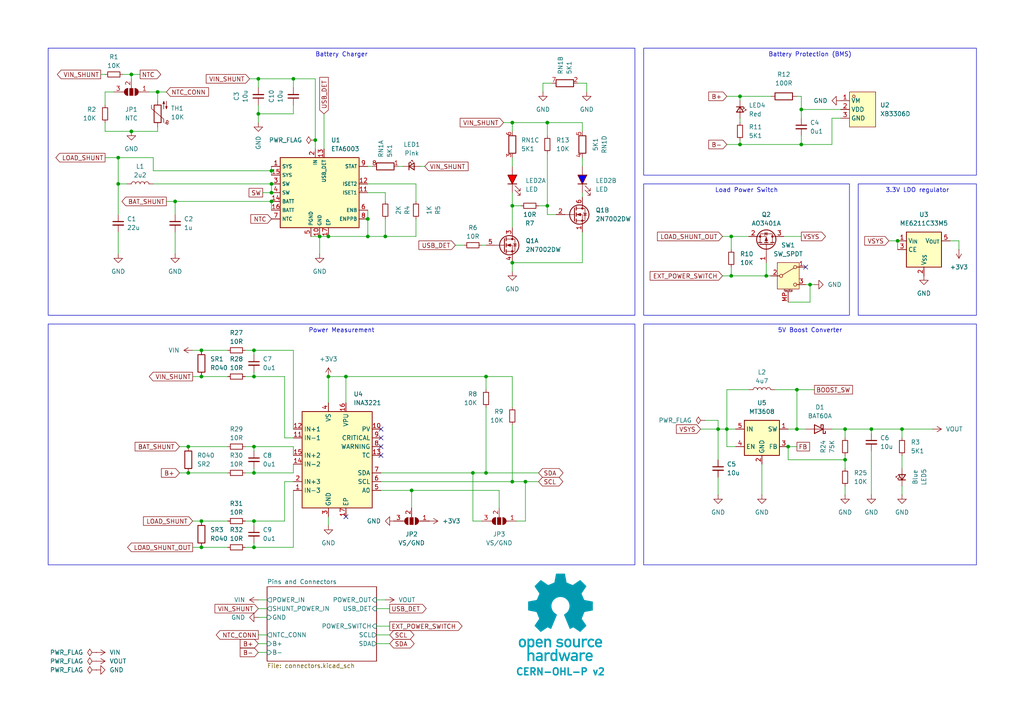
<source format=kicad_sch>
(kicad_sch (version 20231120) (generator "eeschema") (generator_version "8.0")
  (paper "A4")
  (junction (at 73.66 101.6))
  (junction (at 38.1 38.1))
  (junction (at 34.29 53.34))
  (junction (at 78.74 49.53))
  (junction (at 111.76 68.58))
  (junction (at 232.41 31.75))
  (junction (at 137.16 137.16))
  (junction (at 58.42 151.13))
  (junction (at 231.14 113.03))
  (junction (at 78.74 58.42))
  (junction (at 91.44 40.64))
  (junction (at 38.1 21.59))
  (junction (at 58.42 158.75))
  (junction (at 78.74 53.34))
  (junction (at 106.68 63.5))
  (junction (at 73.66 158.75))
  (junction (at 54.61 129.54))
  (junction (at 234.95 82.55))
  (junction (at 261.62 124.46))
  (junction (at 208.28 124.46))
  (junction (at 212.09 68.58))
  (junction (at 92.71 68.58))
  (junction (at 58.42 101.6))
  (junction (at 148.59 139.7))
  (junction (at 54.61 137.16))
  (junction (at 73.66 151.13))
  (junction (at 140.97 109.22))
  (junction (at 100.33 109.22))
  (junction (at 152.4 139.7))
  (junction (at 74.93 22.86))
  (junction (at 119.38 142.24))
  (junction (at 45.72 26.67))
  (junction (at 34.29 45.72))
  (junction (at 73.66 137.16))
  (junction (at 140.97 137.16))
  (junction (at 214.63 27.94))
  (junction (at 158.75 35.56))
  (junction (at 148.59 35.56))
  (junction (at 228.6 129.54))
  (junction (at 214.63 41.91))
  (junction (at 148.59 76.2))
  (junction (at 252.73 124.46))
  (junction (at 231.14 124.46))
  (junction (at 74.93 33.02))
  (junction (at 260.35 69.85))
  (junction (at 78.74 55.88))
  (junction (at 245.11 133.35))
  (junction (at 148.59 59.69))
  (junction (at 210.82 124.46))
  (junction (at 106.68 68.58))
  (junction (at 85.09 22.86))
  (junction (at 50.8 58.42))
  (junction (at 212.09 80.01))
  (junction (at 58.42 109.22))
  (junction (at 73.66 109.22))
  (junction (at 73.66 129.54))
  (junction (at 95.25 109.22))
  (junction (at 232.41 41.91))
  (junction (at 95.25 68.58))
  (junction (at 245.11 124.46))
  (junction (at 222.25 80.01))
  (junction (at 158.75 59.69))
  (no_connect (at 110.49 132.08))
  (no_connect (at 110.49 129.54))
  (no_connect (at 110.49 124.46))
  (no_connect (at 233.68 77.47))
  (no_connect (at 100.33 149.86))
  (no_connect (at 110.49 127))
  (wire (pts (xy 106.68 60.96) (xy 106.68 63.5)))
  (wire (pts (xy 231.14 124.46) (xy 233.68 124.46)))
  (wire (pts (xy 38.1 21.59) (xy 40.64 21.59)))
  (wire (pts (xy 106.68 55.88) (xy 111.76 55.88)))
  (wire (pts (xy 261.62 124.46) (xy 270.51 124.46)))
  (wire (pts (xy 168.91 67.31) (xy 168.91 76.2)))
  (wire (pts (xy 74.93 22.86) (xy 72.39 22.86)))
  (wire (pts (xy 82.55 151.13) (xy 73.66 151.13)))
  (wire (pts (xy 58.42 158.75) (xy 66.04 158.75)))
  (wire (pts (xy 106.68 48.26) (xy 107.95 48.26)))
  (wire (pts (xy 120.65 68.58) (xy 111.76 68.58)))
  (wire (pts (xy 52.07 137.16) (xy 54.61 137.16)))
  (wire (pts (xy 140.97 137.16) (xy 140.97 118.11)))
  (wire (pts (xy 76.2 55.88) (xy 78.74 55.88)))
  (wire (pts (xy 85.09 22.86) (xy 85.09 25.4)))
  (wire (pts (xy 227.33 68.58) (xy 232.41 68.58)))
  (wire (pts (xy 212.09 77.47) (xy 212.09 80.01)))
  (wire (pts (xy 228.6 133.35) (xy 245.11 133.35)))
  (wire (pts (xy 34.29 53.34) (xy 34.29 45.72)))
  (wire (pts (xy 148.59 35.56) (xy 148.59 38.1)))
  (wire (pts (xy 95.25 109.22) (xy 95.25 116.84)))
  (wire (pts (xy 245.11 132.08) (xy 245.11 133.35)))
  (wire (pts (xy 232.41 39.37) (xy 232.41 41.91)))
  (wire (pts (xy 58.42 151.13) (xy 66.04 151.13)))
  (wire (pts (xy 140.97 137.16) (xy 156.21 137.16)))
  (wire (pts (xy 74.93 173.99) (xy 77.47 173.99)))
  (wire (pts (xy 148.59 139.7) (xy 152.4 139.7)))
  (wire (pts (xy 106.68 53.34) (xy 120.65 53.34)))
  (wire (pts (xy 100.33 109.22) (xy 140.97 109.22)))
  (wire (pts (xy 252.73 130.81) (xy 252.73 143.51)))
  (wire (pts (xy 85.09 137.16) (xy 85.09 134.62)))
  (wire (pts (xy 74.93 22.86) (xy 74.93 25.4)))
  (wire (pts (xy 73.66 109.22) (xy 73.66 107.95)))
  (wire (pts (xy 214.63 27.94) (xy 223.52 27.94)))
  (wire (pts (xy 232.41 31.75) (xy 243.84 31.75)))
  (wire (pts (xy 91.44 22.86) (xy 85.09 22.86)))
  (wire (pts (xy 158.75 35.56) (xy 168.91 35.56)))
  (wire (pts (xy 109.22 184.15) (xy 113.03 184.15)))
  (wire (pts (xy 139.7 151.13) (xy 137.16 151.13)))
  (wire (pts (xy 232.41 41.91) (xy 241.3 41.91)))
  (wire (pts (xy 261.62 124.46) (xy 261.62 127)))
  (wire (pts (xy 95.25 68.58) (xy 106.68 68.58)))
  (wire (pts (xy 73.66 129.54) (xy 85.09 129.54)))
  (wire (pts (xy 158.75 35.56) (xy 158.75 39.37)))
  (wire (pts (xy 261.62 143.51) (xy 261.62 140.97)))
  (wire (pts (xy 261.62 132.08) (xy 261.62 135.89)))
  (wire (pts (xy 38.1 38.1) (xy 45.72 38.1)))
  (wire (pts (xy 78.74 58.42) (xy 78.74 60.96)))
  (wire (pts (xy 228.6 129.54) (xy 228.6 133.35)))
  (wire (pts (xy 241.3 124.46) (xy 245.11 124.46)))
  (wire (pts (xy 91.44 40.64) (xy 91.44 43.18)))
  (wire (pts (xy 232.41 27.94) (xy 232.41 31.75)))
  (wire (pts (xy 210.82 27.94) (xy 214.63 27.94)))
  (wire (pts (xy 100.33 109.22) (xy 95.25 109.22)))
  (wire (pts (xy 110.49 137.16) (xy 137.16 137.16)))
  (wire (pts (xy 231.14 124.46) (xy 228.6 124.46)))
  (wire (pts (xy 203.2 124.46) (xy 208.28 124.46)))
  (wire (pts (xy 148.59 59.69) (xy 148.59 66.04)))
  (wire (pts (xy 212.09 68.58) (xy 217.17 68.58)))
  (wire (pts (xy 73.66 109.22) (xy 82.55 109.22)))
  (wire (pts (xy 241.3 41.91) (xy 241.3 34.29)))
  (wire (pts (xy 82.55 127) (xy 82.55 109.22)))
  (wire (pts (xy 210.82 41.91) (xy 214.63 41.91)))
  (wire (pts (xy 234.95 87.63) (xy 234.95 82.55)))
  (wire (pts (xy 110.49 139.7) (xy 148.59 139.7)))
  (wire (pts (xy 224.79 113.03) (xy 231.14 113.03)))
  (wire (pts (xy 54.61 137.16) (xy 66.04 137.16)))
  (wire (pts (xy 157.48 26.67) (xy 157.48 24.13)))
  (wire (pts (xy 167.64 24.13) (xy 170.18 24.13)))
  (wire (pts (xy 71.12 137.16) (xy 73.66 137.16)))
  (wire (pts (xy 132.08 71.12) (xy 134.62 71.12)))
  (wire (pts (xy 35.56 21.59) (xy 38.1 21.59)))
  (wire (pts (xy 85.09 142.24) (xy 85.09 158.75)))
  (wire (pts (xy 209.55 80.01) (xy 212.09 80.01)))
  (wire (pts (xy 149.86 151.13) (xy 152.4 151.13)))
  (wire (pts (xy 170.18 24.13) (xy 170.18 26.67)))
  (wire (pts (xy 137.16 137.16) (xy 137.16 151.13)))
  (wire (pts (xy 157.48 24.13) (xy 160.02 24.13)))
  (wire (pts (xy 148.59 118.11) (xy 148.59 109.22)))
  (wire (pts (xy 73.66 101.6) (xy 73.66 102.87)))
  (wire (pts (xy 109.22 186.69) (xy 113.03 186.69)))
  (wire (pts (xy 55.88 109.22) (xy 58.42 109.22)))
  (wire (pts (xy 222.25 80.01) (xy 222.25 76.2)))
  (wire (pts (xy 212.09 68.58) (xy 212.09 72.39)))
  (wire (pts (xy 111.76 55.88) (xy 111.76 58.42)))
  (wire (pts (xy 74.93 186.69) (xy 77.47 186.69)))
  (wire (pts (xy 208.28 121.92) (xy 208.28 124.46)))
  (wire (pts (xy 58.42 101.6) (xy 66.04 101.6)))
  (wire (pts (xy 50.8 67.31) (xy 50.8 73.66)))
  (wire (pts (xy 85.09 124.46) (xy 85.09 101.6)))
  (wire (pts (xy 232.41 31.75) (xy 232.41 34.29)))
  (wire (pts (xy 91.44 22.86) (xy 91.44 40.64)))
  (wire (pts (xy 115.57 48.26) (xy 116.84 48.26)))
  (wire (pts (xy 214.63 40.64) (xy 214.63 41.91)))
  (wire (pts (xy 156.21 59.69) (xy 158.75 59.69)))
  (wire (pts (xy 74.93 189.23) (xy 77.47 189.23)))
  (wire (pts (xy 119.38 142.24) (xy 144.78 142.24)))
  (wire (pts (xy 260.35 69.85) (xy 260.35 72.39)))
  (wire (pts (xy 50.8 62.23) (xy 50.8 58.42)))
  (wire (pts (xy 210.82 124.46) (xy 213.36 124.46)))
  (wire (pts (xy 137.16 137.16) (xy 140.97 137.16)))
  (wire (pts (xy 74.93 176.53) (xy 77.47 176.53)))
  (wire (pts (xy 34.29 53.34) (xy 34.29 62.23)))
  (wire (pts (xy 210.82 129.54) (xy 210.82 124.46)))
  (wire (pts (xy 85.09 129.54) (xy 85.09 132.08)))
  (wire (pts (xy 30.48 38.1) (xy 38.1 38.1)))
  (wire (pts (xy 111.76 63.5) (xy 111.76 68.58)))
  (wire (pts (xy 50.8 58.42) (xy 78.74 58.42)))
  (wire (pts (xy 148.59 45.72) (xy 148.59 48.26)))
  (wire (pts (xy 119.38 142.24) (xy 119.38 147.32)))
  (wire (pts (xy 73.66 129.54) (xy 73.66 130.81)))
  (wire (pts (xy 111.76 68.58) (xy 106.68 68.58)))
  (wire (pts (xy 168.91 55.88) (xy 168.91 57.15)))
  (wire (pts (xy 148.59 59.69) (xy 151.13 59.69)))
  (wire (pts (xy 71.12 129.54) (xy 73.66 129.54)))
  (wire (pts (xy 55.88 151.13) (xy 58.42 151.13)))
  (wire (pts (xy 245.11 124.46) (xy 245.11 127)))
  (wire (pts (xy 208.28 124.46) (xy 210.82 124.46)))
  (wire (pts (xy 30.48 45.72) (xy 34.29 45.72)))
  (wire (pts (xy 222.25 80.01) (xy 223.52 80.01)))
  (wire (pts (xy 90.17 68.58) (xy 92.71 68.58)))
  (wire (pts (xy 228.6 129.54) (xy 231.14 129.54)))
  (wire (pts (xy 93.98 33.02) (xy 93.98 43.18)))
  (wire (pts (xy 236.22 82.55) (xy 234.95 82.55)))
  (wire (pts (xy 95.25 149.86) (xy 95.25 152.4)))
  (wire (pts (xy 109.22 181.61) (xy 113.03 181.61)))
  (wire (pts (xy 30.48 26.67) (xy 33.02 26.67)))
  (wire (pts (xy 204.47 121.92) (xy 208.28 121.92)))
  (wire (pts (xy 30.48 30.48) (xy 30.48 26.67)))
  (wire (pts (xy 208.28 133.35) (xy 208.28 124.46)))
  (wire (pts (xy 275.59 69.85) (xy 278.13 69.85)))
  (wire (pts (xy 148.59 55.88) (xy 148.59 59.69)))
  (wire (pts (xy 38.1 21.59) (xy 38.1 22.86)))
  (wire (pts (xy 210.82 113.03) (xy 210.82 124.46)))
  (wire (pts (xy 152.4 139.7) (xy 156.21 139.7)))
  (wire (pts (xy 43.18 26.67) (xy 45.72 26.67)))
  (wire (pts (xy 45.72 38.1) (xy 45.72 36.83)))
  (wire (pts (xy 45.72 26.67) (xy 45.72 29.21)))
  (wire (pts (xy 231.14 113.03) (xy 236.22 113.03)))
  (wire (pts (xy 73.66 137.16) (xy 85.09 137.16)))
  (wire (pts (xy 109.22 176.53) (xy 113.03 176.53)))
  (wire (pts (xy 54.61 129.54) (xy 66.04 129.54)))
  (wire (pts (xy 110.49 142.24) (xy 119.38 142.24)))
  (wire (pts (xy 44.45 49.53) (xy 78.74 49.53)))
  (wire (pts (xy 30.48 21.59) (xy 29.21 21.59)))
  (wire (pts (xy 252.73 125.73) (xy 252.73 124.46)))
  (wire (pts (xy 158.75 62.23) (xy 161.29 62.23)))
  (wire (pts (xy 92.71 68.58) (xy 95.25 68.58)))
  (wire (pts (xy 55.88 101.6) (xy 58.42 101.6)))
  (wire (pts (xy 214.63 34.29) (xy 214.63 35.56)))
  (wire (pts (xy 146.05 35.56) (xy 148.59 35.56)))
  (wire (pts (xy 74.93 33.02) (xy 74.93 35.56)))
  (wire (pts (xy 232.41 27.94) (xy 231.14 27.94)))
  (wire (pts (xy 44.45 49.53) (xy 44.45 45.72)))
  (wire (pts (xy 241.3 34.29) (xy 243.84 34.29)))
  (wire (pts (xy 121.92 48.26) (xy 123.19 48.26)))
  (wire (pts (xy 111.76 173.99) (xy 109.22 173.99)))
  (wire (pts (xy 168.91 76.2) (xy 148.59 76.2)))
  (wire (pts (xy 85.09 101.6) (xy 73.66 101.6)))
  (wire (pts (xy 74.93 179.07) (xy 77.47 179.07)))
  (wire (pts (xy 148.59 76.2) (xy 148.59 78.74)))
  (wire (pts (xy 257.81 69.85) (xy 260.35 69.85)))
  (wire (pts (xy 30.48 35.56) (xy 30.48 38.1)))
  (wire (pts (xy 100.33 109.22) (xy 100.33 116.84)))
  (wire (pts (xy 48.26 58.42) (xy 50.8 58.42)))
  (wire (pts (xy 78.74 53.34) (xy 78.74 55.88)))
  (wire (pts (xy 71.12 101.6) (xy 73.66 101.6)))
  (wire (pts (xy 245.11 124.46) (xy 252.73 124.46)))
  (wire (pts (xy 73.66 135.89) (xy 73.66 137.16)))
  (wire (pts (xy 82.55 139.7) (xy 85.09 139.7)))
  (wire (pts (xy 55.88 158.75) (xy 58.42 158.75)))
  (wire (pts (xy 44.45 53.34) (xy 78.74 53.34)))
  (wire (pts (xy 234.95 82.55) (xy 233.68 82.55)))
  (wire (pts (xy 214.63 27.94) (xy 214.63 29.21)))
  (wire (pts (xy 213.36 129.54) (xy 210.82 129.54)))
  (wire (pts (xy 158.75 62.23) (xy 158.75 59.69)))
  (wire (pts (xy 148.59 35.56) (xy 158.75 35.56)))
  (wire (pts (xy 78.74 48.26) (xy 78.74 49.53)))
  (wire (pts (xy 73.66 151.13) (xy 73.66 152.4)))
  (wire (pts (xy 208.28 138.43) (xy 208.28 143.51)))
  (wire (pts (xy 214.63 41.91) (xy 232.41 41.91)))
  (wire (pts (xy 78.74 49.53) (xy 78.74 50.8)))
  (wire (pts (xy 106.68 63.5) (xy 106.68 68.58)))
  (wire (pts (xy 36.83 53.34) (xy 34.29 53.34)))
  (wire (pts (xy 85.09 127) (xy 82.55 127)))
  (wire (pts (xy 158.75 44.45) (xy 158.75 59.69)))
  (wire (pts (xy 245.11 140.97) (xy 245.11 143.51)))
  (wire (pts (xy 168.91 45.72) (xy 168.91 48.26)))
  (wire (pts (xy 168.91 38.1) (xy 168.91 35.56)))
  (wire (pts (xy 228.6 87.63) (xy 234.95 87.63)))
  (wire (pts (xy 120.65 53.34) (xy 120.65 58.42)))
  (wire (pts (xy 71.12 109.22) (xy 73.66 109.22)))
  (wire (pts (xy 34.29 45.72) (xy 44.45 45.72)))
  (wire (pts (xy 85.09 30.48) (xy 85.09 33.02)))
  (wire (pts (xy 45.72 26.67) (xy 48.26 26.67)))
  (wire (pts (xy 71.12 158.75) (xy 73.66 158.75)))
  (wire (pts (xy 85.09 33.02) (xy 74.93 33.02)))
  (wire (pts (xy 58.42 109.22) (xy 66.04 109.22)))
  (wire (pts (xy 152.4 151.13) (xy 152.4 139.7)))
  (wire (pts (xy 220.98 134.62) (xy 220.98 143.51)))
  (wire (pts (xy 210.82 113.03) (xy 217.17 113.03)))
  (wire (pts (xy 74.93 30.48) (xy 74.93 33.02)))
  (wire (pts (xy 139.7 71.12) (xy 140.97 71.12)))
  (wire (pts (xy 231.14 113.03) (xy 231.14 124.46)))
  (wire (pts (xy 209.55 68.58) (xy 212.09 68.58)))
  (wire (pts (xy 278.13 69.85) (xy 278.13 72.39)))
  (wire (pts (xy 73.66 157.48) (xy 73.66 158.75)))
  (wire (pts (xy 148.59 123.19) (xy 148.59 139.7)))
  (wire (pts (xy 140.97 109.22) (xy 148.59 109.22)))
  (wire (pts (xy 140.97 113.03) (xy 140.97 109.22)))
  (wire (pts (xy 92.71 68.58) (xy 92.71 73.66)))
  (wire (pts (xy 120.65 63.5) (xy 120.65 68.58)))
  (wire (pts (xy 71.12 151.13) (xy 73.66 151.13)))
  (wire (pts (xy 212.09 80.01) (xy 222.25 80.01)))
  (wire (pts (xy 252.73 124.46) (xy 261.62 124.46)))
  (wire (pts (xy 73.66 158.75) (xy 85.09 158.75)))
  (wire (pts (xy 245.11 133.35) (xy 245.11 135.89)))
  (wire (pts (xy 52.07 129.54) (xy 54.61 129.54)))
  (wire (pts (xy 144.78 147.32) (xy 144.78 142.24)))
  (wire (pts (xy 34.29 67.31) (xy 34.29 73.66)))
  (wire (pts (xy 82.55 139.7) (xy 82.55 151.13)))
  (wire (pts (xy 85.09 22.86) (xy 74.93 22.86)))
  (wire (pts (xy 74.93 184.15) (xy 77.47 184.15)))
  (image (at 162.56 179.07) (scale 0.37481))
  (text_box "3.3V LDO regulator" (at 248.92 53.34 0) (size 34.29 38.1) (effects (font (size 1.27 1.27)) (justify top)))
  (text_box "5V Boost Converter" (at 186.69 93.98 0) (size 96.52 69.85) (effects (font (size 1.27 1.27)) (justify top)))
  (text_box "Battery Protection (BMS)" (at 186.69 13.97 0) (size 96.52 36.83) (effects (font (size 1.27 1.27)) (justify top)))
  (text_box "Battery Charger" (at 13.97 13.97 0) (size 170.18 77.47) (effects (font (size 1.27 1.27)) (justify top)))
  (text_box "Power Measurement" (at 13.97 93.98 0) (size 170.18 69.85) (effects (font (size 1.27 1.27)) (justify top)))
  (text_box "Load Power Switch" (at 186.69 53.34 0) (size 59.69 38.1) (effects (font (size 1.27 1.27)) (justify top)))
  (text "CERN-OHL-P v2" (at 162.56 195.072 0) (effects (font (size 2 2) (thickness 0.4) (bold yes))))
  (global_label "LOAD_SHUNT_OUT" (shape input) (at 209.55 68.58 180) (property "Intersheetrefs" "${INTERSHEET_REFS}" (effects (hide yes))))
  (global_label "VIN_SHUNT" (shape input) (at 72.39 22.86 180) (property "Intersheetrefs" "${INTERSHEET_REFS}" (effects (hide yes))))
  (global_label "FB" (shape passive) (at 231.14 129.54 0) (property "Intersheetrefs" "${INTERSHEET_REFS}" (effects (hide yes))))
  (global_label "VSYS" (shape input) (at 203.2 124.46 180) (property "Intersheetrefs" "${INTERSHEET_REFS}" (effects (hide yes))))
  (global_label "LOAD_SHUNT" (shape output) (at 30.48 45.72 180) (property "Intersheetrefs" "${INTERSHEET_REFS}" (effects (hide yes))))
  (global_label "VSYS" (shape output) (at 232.41 68.58 0) (property "Intersheetrefs" "${INTERSHEET_REFS}" (effects (hide yes))))
  (global_label "BOOST_SW" (shape passive) (at 236.22 113.03 0) (property "Intersheetrefs" "${INTERSHEET_REFS}" (effects (hide yes))))
  (global_label "B-" (shape input) (at 74.93 189.23 180) (property "Intersheetrefs" "${INTERSHEET_REFS}" (effects (hide yes))))
  (global_label "NTC" (shape output) (at 40.64 21.59 0) (property "Intersheetrefs" "${INTERSHEET_REFS}" (effects (hide yes))))
  (global_label "USB_DET" (shape input) (at 132.08 71.12 180) (property "Intersheetrefs" "${INTERSHEET_REFS}" (effects (hide yes))))
  (global_label "B+" (shape input) (at 74.93 186.69 180) (property "Intersheetrefs" "${INTERSHEET_REFS}" (effects (hide yes))))
  (global_label "BAT_SHUNT" (shape output) (at 48.26 58.42 180) (property "Intersheetrefs" "${INTERSHEET_REFS}" (effects (hide yes))))
  (global_label "EXT_POWER_SWITCH" (shape output) (at 113.03 181.61 0) (property "Intersheetrefs" "${INTERSHEET_REFS}" (effects (hide yes))))
  (global_label "USB_DET" (shape output) (at 113.03 176.53 0) (property "Intersheetrefs" "${INTERSHEET_REFS}" (effects (hide yes))))
  (global_label "NTC" (shape input) (at 78.74 63.5 180) (property "Intersheetrefs" "${INTERSHEET_REFS}" (effects (hide yes))))
  (global_label "VIN_SHUNT" (shape output) (at 55.88 109.22 180) (property "Intersheetrefs" "${INTERSHEET_REFS}" (effects (hide yes))))
  (global_label "B+" (shape input) (at 52.07 137.16 180) (property "Intersheetrefs" "${INTERSHEET_REFS}" (effects (hide yes))))
  (global_label "VSYS" (shape input) (at 257.81 69.85 180) (property "Intersheetrefs" "${INTERSHEET_REFS}" (effects (hide yes))))
  (global_label "USB_DET" (shape input) (at 93.98 33.02 90) (property "Intersheetrefs" "${INTERSHEET_REFS}" (effects (hide yes))))
  (global_label "SCL" (shape bidirectional) (at 113.03 184.15 0) (property "Intersheetrefs" "${INTERSHEET_REFS}" (effects (hide yes))))
  (global_label "SDA" (shape bidirectional) (at 113.03 186.69 0) (property "Intersheetrefs" "${INTERSHEET_REFS}" (effects (hide yes))))
  (global_label "NTC_CONN" (shape output) (at 74.93 184.15 180) (property "Intersheetrefs" "${INTERSHEET_REFS}" (effects (hide yes))))
  (global_label "BAT_SHUNT" (shape input) (at 52.07 129.54 180) (property "Intersheetrefs" "${INTERSHEET_REFS}" (effects (hide yes))))
  (global_label "NTC_CONN" (shape input) (at 48.26 26.67 0) (property "Intersheetrefs" "${INTERSHEET_REFS}" (effects (hide yes))))
  (global_label "SW" (shape passive) (at 76.2 55.88 180) (property "Intersheetrefs" "${INTERSHEET_REFS}" (effects (hide yes))))
  (global_label "SCL" (shape bidirectional) (at 156.21 139.7 0) (property "Intersheetrefs" "${INTERSHEET_REFS}" (effects (hide yes))))
  (global_label "B+" (shape input) (at 210.82 27.94 180) (property "Intersheetrefs" "${INTERSHEET_REFS}" (effects (hide yes))))
  (global_label "VIN_SHUNT" (shape input) (at 123.19 48.26 0) (property "Intersheetrefs" "${INTERSHEET_REFS}" (effects (hide yes))))
  (global_label "SDA" (shape bidirectional) (at 156.21 137.16 0) (property "Intersheetrefs" "${INTERSHEET_REFS}" (effects (hide yes))))
  (global_label "B-" (shape input) (at 210.82 41.91 180) (property "Intersheetrefs" "${INTERSHEET_REFS}" (effects (hide yes))))
  (global_label "EXT_POWER_SWITCH" (shape input) (at 209.55 80.01 180) (property "Intersheetrefs" "${INTERSHEET_REFS}" (effects (hide yes))))
  (global_label "VIN_SHUNT" (shape input) (at 146.05 35.56 180) (property "Intersheetrefs" "${INTERSHEET_REFS}" (effects (hide yes))))
  (global_label "VIN_SHUNT" (shape output) (at 29.21 21.59 180) (property "Intersheetrefs" "${INTERSHEET_REFS}" (effects (hide yes))))
  (global_label "LOAD_SHUNT_OUT" (shape output) (at 55.88 158.75 180) (property "Intersheetrefs" "${INTERSHEET_REFS}" (effects (hide yes))))
  (global_label "LOAD_SHUNT" (shape input) (at 55.88 151.13 180) (property "Intersheetrefs" "${INTERSHEET_REFS}" (effects (hide yes))))
  (global_label "VIN_SHUNT" (shape input) (at 74.93 176.53 180) (property "Intersheetrefs" "${INTERSHEET_REFS}" (effects (hide yes))))
  (symbol (lib_id "custom:SW_SPDT_MountingPin") (at 228.6 80.01 0) (unit 1)
    (property "Reference" "SW1" (at 228.6 71.12 0))
    (property "Value" "SW_SPDT" (at 228.6 73.66 0))
    (property "Footprint" "lcsc:SW-SMD_3P-P1.50_L2.7-W6.6" (effects (hide yes)))
    (property "Description" "Switch, single pole double throw" (effects (hide yes)))
    (property "LCSC Part" "C319020" (effects (hide yes)))
  )
  (symbol (lib_id "Device:L") (at 40.64 53.34 90) (unit 1)
    (property "Reference" "L1" (at 40.64 48.26 90))
    (property "Value" "2u2" (at 40.64 50.8 90))
    (property "Footprint" "Inductor_SMD:L_1210_3225Metric_Pad1.42x2.65mm_HandSolder" (effects (hide yes)))
    (property "Description" "Inductor" (effects (hide yes)))
    (property "LCSC Part" "C5832372" (effects (hide yes)))
  )
  (symbol (lib_id "power:GND") (at 208.28 143.51 0) (unit 1)
    (property "Reference" "#PWR016" (effects (hide yes)))
    (property "Value" "GND" (at 208.28 148.59 0))
    (property "Description" "Power symbol creates a global label with name \"GND\" , ground" (effects (hide yes)))
  )
  (symbol (lib_id "Device:R_Small") (at 30.48 33.02 0) (mirror x) (unit 1)
    (property "Reference" "R2" (at 27.94 31.7499 0) (effects (justify right)))
    (property "Value" "10K" (at 27.94 34.2899 0) (effects (justify right)))
    (property "Footprint" "custom:R_0402_1005Metric_simple" (effects (hide yes)))
    (property "Description" "Resistor, small symbol" (effects (hide yes)))
    (property "LCSC Part" "C25744" (effects (hide yes)))
  )
  (symbol (lib_id "power:GND") (at 95.25 152.4 0) (unit 1)
    (property "Reference" "#PWR013" (effects (hide yes)))
    (property "Value" "GND" (at 95.25 157.48 0))
    (property "Description" "Power symbol creates a global label with name \"GND\" , ground" (effects (hide yes)))
  )
  (symbol (lib_id "power:+5V") (at 270.51 124.46 270) (unit 1)
    (property "Reference" "#PWR024" (effects (hide yes)))
    (property "Value" "VOUT" (at 274.32 124.4599 90) (effects (justify left)))
    (property "Description" "Power symbol creates a global label with name \"+5V\"" (effects (hide yes)))
  )
  (symbol (lib_id "Device:R_Pack04_Split") (at 168.91 41.91 0) (unit 4)
    (property "Reference" "RN1" (at 175.26 41.91 90))
    (property "Value" "5K1" (at 172.72 41.91 90))
    (property "Footprint" "Resistor_SMD:R_Array_Convex_4x0402" (effects (hide yes)))
    (property "Description" "4 resistor network, parallel topology, split" (effects (hide yes)))
    (property "LCSC Part" "C2991336" (effects (hide yes)))
    (property "JLCPCB_CORRECTION" "0; 0; 270" (effects (hide yes)))
  )
  (symbol (lib_id "power:VCC") (at 55.88 101.6 90) (unit 1)
    (property "Reference" "#PWR011" (effects (hide yes)))
    (property "Value" "VIN" (at 52.07 101.5999 90) (effects (justify left)))
    (property "Description" "Power symbol creates a global label with name \"VCC\"" (effects (hide yes)))
  )
  (symbol (lib_id "Device:LED_Small") (at 119.38 48.26 0) (unit 1)
    (property "Reference" "LED1" (at 119.4435 41.91 0))
    (property "Value" "Pink" (at 119.4435 44.45 0))
    (property "Footprint" "custom:LED_0603_1608Metric_Pad1.05x0.95mm_HandSolder_simple" (effects (hide yes)))
    (property "Description" "Light emitting diode, small symbol" (effects (hide yes)))
  )
  (symbol (lib_id "Device:LED_Small") (at 214.63 31.75 270) (unit 1)
    (property "Reference" "LED4" (at 217.17 30.5434 90) (effects (justify left)))
    (property "Value" "Red" (at 217.17 33.0834 90) (effects (justify left)))
    (property "Footprint" "custom:LED_0603_1608Metric_Pad1.05x0.95mm_HandSolder_simple" (effects (hide yes)))
    (property "Description" "Light emitting diode, small symbol" (effects (hide yes)))
    (property "LCSC Part" "C2286" (effects (hide yes)))
  )
  (symbol (lib_id "Device:C_Small") (at 73.66 105.41 0) (unit 1)
    (property "Reference" "C7" (at 76.2 104.1462 0) (effects (justify left)))
    (property "Value" "0u1" (at 76.2 106.6862 0) (effects (justify left)))
    (property "Footprint" "custom:C_0402_1005Metric_simple" (effects (hide yes)))
    (property "Description" "Unpolarized capacitor, small symbol" (effects (hide yes)))
    (property "LCSC Part" "C1525" (effects (hide yes)))
  )
  (symbol (lib_id "power:PWR_FLAG") (at 91.44 40.64 90) (unit 1)
    (property "Reference" "#FLG04" (effects (hide yes)))
    (property "Value" "PWR_FLAG" (at 87.63 40.6399 90) (effects (justify left)))
    (property "Description" "Special symbol for telling ERC where power comes from" (effects (hide yes)))
  )
  (symbol (lib_id "Device:R_Small") (at 68.58 129.54 270) (unit 1)
    (property "Reference" "R29" (at 68.58 124.46 90))
    (property "Value" "10R" (at 68.58 127 90))
    (property "Footprint" "custom:R_0402_1005Metric_simple" (effects (hide yes)))
    (property "Description" "Resistor, small symbol" (effects (hide yes)))
    (property "LCSC Part" "C25077" (effects (hide yes)))
  )
  (symbol (lib_id "power:VCC") (at 74.93 173.99 90) (unit 1)
    (property "Reference" "#PWR025" (effects (hide yes)))
    (property "Value" "VIN" (at 71.12 173.9899 90) (effects (justify left)))
    (property "Description" "Power symbol creates a global label with name \"VCC\"" (effects (hide yes)))
  )
  (symbol (lib_id "Device:C_Small") (at 208.28 135.89 0) (unit 1)
    (property "Reference" "C5" (at 210.82 134.6262 0) (effects (justify left)))
    (property "Value" "10u" (at 210.82 137.1662 0) (effects (justify left)))
    (property "Footprint" "custom:C_0603_1608Metric_Pad1.08x0.95mm_HandSolder" (effects (hide yes)))
    (property "Description" "Unpolarized capacitor, small symbol" (effects (hide yes)))
    (property "LCSC Part" "C19702" (effects (hide yes)))
  )
  (symbol (lib_id "power:GND") (at 38.1 38.1 0) (unit 1)
    (property "Reference" "#PWR03" (effects (hide yes)))
    (property "Value" "GND" (at 38.1 43.18 0))
    (property "Description" "Power symbol creates a global label with name \"GND\" , ground" (effects (hide yes)))
  )
  (symbol (lib_id "Device:R_Small") (at 153.67 59.69 90) (mirror x) (unit 1)
    (property "Reference" "R7" (at 153.67 64.77 90))
    (property "Value" "10R" (at 153.67 62.23 90))
    (property "Footprint" "custom:R_0402_1005Metric_simple" (effects (hide yes)))
    (property "Description" "Resistor, small symbol" (effects (hide yes)))
    (property "LCSC Part" "C25077" (effects (hide yes)))
  )
  (symbol (lib_id "power:VCC") (at 278.13 72.39 180) (unit 1)
    (property "Reference" "#PWR026" (effects (hide yes)))
    (property "Value" "+3V3" (at 278.13 77.47 0))
    (property "Description" "Power symbol creates a global label with name \"VCC\"" (effects (hide yes)))
  )
  (symbol (lib_id "Device:R_Small") (at 68.58 137.16 270) (unit 1)
    (property "Reference" "R30" (at 68.58 132.08 90))
    (property "Value" "10R" (at 68.58 134.62 90))
    (property "Footprint" "custom:R_0402_1005Metric_simple" (effects (hide yes)))
    (property "Description" "Resistor, small symbol" (effects (hide yes)))
    (property "LCSC Part" "C25077" (effects (hide yes)))
  )
  (symbol (lib_id "Device:C_Small") (at 73.66 133.35 0) (unit 1)
    (property "Reference" "C8" (at 76.2 132.0862 0) (effects (justify left)))
    (property "Value" "0u1" (at 76.2 134.6262 0) (effects (justify left)))
    (property "Footprint" "custom:C_0402_1005Metric_simple" (effects (hide yes)))
    (property "Description" "Unpolarized capacitor, small symbol" (effects (hide yes)))
    (property "LCSC Part" "C1525" (effects (hide yes)))
  )
  (symbol (lib_id "power:GND") (at 267.97 80.01 0) (unit 1)
    (property "Reference" "#PWR010" (effects (hide yes)))
    (property "Value" "GND" (at 267.97 85.09 0))
    (property "Description" "Power symbol creates a global label with name \"GND\" , ground" (effects (hide yes)))
  )
  (symbol (lib_id "Device:R_Small") (at 214.63 38.1 0) (unit 1)
    (property "Reference" "R11" (at 217.17 36.8299 0) (effects (justify left)))
    (property "Value" "5K1" (at 217.17 39.3699 0) (effects (justify left)))
    (property "Footprint" "custom:R_0402_1005Metric_simple" (effects (hide yes)))
    (property "Description" "Resistor, small symbol" (effects (hide yes)))
    (property "LCSC Part" "C25905" (effects (hide yes)))
  )
  (symbol (lib_id "power:+5V") (at 111.76 173.99 270) (unit 1)
    (property "Reference" "#PWR015" (effects (hide yes)))
    (property "Value" "VOUT" (at 115.57 173.9899 90) (effects (justify left)))
    (property "Description" "Power symbol creates a global label with name \"+5V\"" (effects (hide yes)))
  )
  (symbol (lib_id "Device:R") (at 227.33 27.94 270) (mirror x) (unit 1)
    (property "Reference" "R12" (at 227.33 21.59 90))
    (property "Value" "100R" (at 227.33 24.13 90))
    (property "Footprint" "custom:R_0402_1005Metric_simple" (effects (hide yes)))
    (property "Description" "Resistor" (effects (hide yes)))
    (property "LCSC Part" "C25076" (effects (hide yes)))
  )
  (symbol (lib_id "Jumper:SolderJumper_3_Open") (at 119.38 151.13 180) (unit 1) (exclude_from_sim yes) (in_bom no)
    (property "Reference" "JP2" (at 119.38 154.94 0))
    (property "Value" "VS/GND" (at 119.38 157.48 0))
    (property "Footprint" "custom:SolderJumper-3_P1.0mm_Open_RoundedPad_simple" (effects (hide yes)))
    (property "Description" "Solder Jumper, 3-pole, open" (effects (hide yes)))
  )
  (symbol (lib_id "power:GND") (at 92.71 73.66 0) (unit 1)
    (property "Reference" "#PWR06" (effects (hide yes)))
    (property "Value" "GND" (at 92.71 78.74 0))
    (property "Description" "Power symbol creates a global label with name \"GND\" , ground" (effects (hide yes)))
  )
  (symbol (lib_id "Device:R_Small") (at 148.59 120.65 0) (mirror y) (unit 1)
    (property "Reference" "R9" (at 146.05 119.3799 0) (effects (justify left)))
    (property "Value" "10K" (at 146.05 121.9199 0) (effects (justify left)))
    (property "Footprint" "custom:R_0402_1005Metric_simple" (effects (hide yes)))
    (property "Description" "Resistor, small symbol" (effects (hide yes)))
    (property "LCSC Part" "C25744" (effects (hide yes)))
  )
  (symbol (lib_id "lcsc:E6C0805RQBC2UDA") (at 168.91 52.07 90) (unit 2)
    (property "Reference" "LED2" (at 172.72 52.3874 90) (effects (justify right)))
    (property "Value" "LED" (at 172.72 54.9274 90) (effects (justify right)))
    (property "Footprint" "lcsc:LED-ARRAY-SMD_4P-L2.0-W1.3-RD" (effects (hide yes)))
    (property "Datasheet" "https://wmsc.lcsc.com/wmsc/upload/file/pdf/v2/lcsc/2203301730_EKINGLUX-E6C0805RQBC2UDA_C375547.pdf" (effects (hide yes)))
    (property "Description" "Dual light emitting diodes, red and blue" (effects (hide yes)))
    (property "LCSC Part" "C375547" (effects (hide yes)))
  )
  (symbol (lib_id "power:PWR_FLAG") (at 27.94 191.77 90) (unit 1)
    (property "Reference" "#FLG02" (effects (hide yes)))
    (property "Value" "PWR_FLAG" (at 24.13 191.7699 90) (effects (justify left)))
    (property "Description" "Special symbol for telling ERC where power comes from" (effects (hide yes)))
  )
  (symbol (lib_id "power:GND") (at 50.8 73.66 0) (unit 1)
    (property "Reference" "#PWR02" (effects (hide yes)))
    (property "Value" "GND" (at 50.8 78.74 0))
    (property "Description" "Power symbol creates a global label with name \"GND\" , ground" (effects (hide yes)))
  )
  (symbol (lib_id "Device:R") (at 54.61 133.35 0) (mirror x) (unit 1)
    (property "Reference" "SR2" (at 57.15 134.6201 0) (effects (justify left)))
    (property "Value" "R040" (at 57.15 132.0801 0) (effects (justify left)))
    (property "Footprint" "Resistor_SMD:R_2512_6332Metric_Pad1.40x3.35mm_HandSolder" (effects (hide yes)))
    (property "Description" "Resistor" (effects (hide yes)))
    (property "LCSC Part" "C2985725" (effects (hide yes)))
  )
  (symbol (lib_id "power:GND") (at 74.93 179.07 270) (unit 1)
    (property "Reference" "#PWR05" (effects (hide yes)))
    (property "Value" "GND" (at 71.12 179.0699 90) (effects (justify right)))
    (property "Description" "Power symbol creates a global label with name \"GND\" , ground" (effects (hide yes)))
  )
  (symbol (lib_id "Device:R_Small") (at 33.02 21.59 270) (unit 1)
    (property "Reference" "R1" (at 33.02 16.51 90))
    (property "Value" "10K" (at 33.02 19.05 90))
    (property "Footprint" "custom:R_0402_1005Metric_simple" (effects (hide yes)))
    (property "Description" "Resistor, small symbol" (effects (hide yes)))
    (property "LCSC Part" "C25744" (effects (hide yes)))
  )
  (symbol (lib_id "Device:R_Small") (at 212.09 74.93 0) (unit 1)
    (property "Reference" "R10" (at 214.63 73.6599 0) (effects (justify left)))
    (property "Value" "10K" (at 214.63 76.1999 0) (effects (justify left)))
    (property "Footprint" "custom:R_0402_1005Metric_simple" (effects (hide yes)))
    (property "Description" "Resistor, small symbol" (effects (hide yes)))
    (property "LCSC Part" "C25744" (effects (hide yes)))
  )
  (symbol (lib_id "Device:C_Small") (at 73.66 154.94 0) (unit 1)
    (property "Reference" "C9" (at 76.2 153.6762 0) (effects (justify left)))
    (property "Value" "0u1" (at 76.2 156.2162 0) (effects (justify left)))
    (property "Footprint" "custom:C_0402_1005Metric_simple" (effects (hide yes)))
    (property "Description" "Unpolarized capacitor, small symbol" (effects (hide yes)))
    (property "LCSC Part" "C1525" (effects (hide yes)))
  )
  (symbol (lib_id "Device:R_Small") (at 68.58 109.22 90) (unit 1)
    (property "Reference" "R28" (at 68.58 104.14 90))
    (property "Value" "10R" (at 68.58 106.68 90))
    (property "Footprint" "custom:R_0402_1005Metric_simple" (effects (hide yes)))
    (property "Description" "Resistor, small symbol" (effects (hide yes)))
    (property "LCSC Part" "C25077" (effects (hide yes)))
  )
  (symbol (lib_id "power:GND") (at 27.94 194.31 90) (unit 1)
    (property "Reference" "#PWR021" (effects (hide yes)))
    (property "Value" "GND" (at 31.75 194.31 90) (effects (justify right)))
    (property "Description" "Power symbol creates a global label with name \"GND\" , ground" (effects (hide yes)))
  )
  (symbol (lib_id "lcsc:2N7002DW") (at 146.05 71.12 0) (unit 1)
    (property "Reference" "Q1" (at 152.4 69.8499 0) (effects (justify left)))
    (property "Value" "2N7002DW" (at 152.4 72.3899 0) (effects (justify left)))
    (property "Footprint" "custom:SOT-23-6_trimmed-pads_simple" (effects (hide yes)))
    (property "Datasheet" "https://www.onsemi.com/download/data-sheet/pdf/2n7002dw-d.pdf" (effects (hide yes)))
    (property "Description" "0.115A Id, 60V Vds, Dual N-Channel MOSFET, SOT-23-6" (effects (hide yes)))
    (property "LCSC Part" "C5190214" (effects (hide yes)))
    (property "JLCPCB_CORRECTION" "0; 0; 270" (effects (hide yes)))
  )
  (symbol (lib_id "Device:R_Small") (at 140.97 115.57 0) (mirror y) (unit 1)
    (property "Reference" "R8" (at 138.43 114.2999 0) (effects (justify left)))
    (property "Value" "10K" (at 138.43 116.8399 0) (effects (justify left)))
    (property "Footprint" "custom:R_0402_1005Metric_simple" (effects (hide yes)))
    (property "Description" "Resistor, small symbol" (effects (hide yes)))
    (property "LCSC Part" "C25744" (effects (hide yes)))
  )
  (symbol (lib_id "Device:R_Pack04_Split") (at 148.59 41.91 0) (unit 3)
    (property "Reference" "RN1" (at 151.13 40.6399 0) (effects (justify left)))
    (property "Value" "5K1" (at 151.13 43.1799 0) (effects (justify left)))
    (property "Footprint" "Resistor_SMD:R_Array_Convex_4x0402" (effects (hide yes)))
    (property "Description" "4 resistor network, parallel topology, split" (effects (hide yes)))
    (property "LCSC Part" "C2991336" (effects (hide yes)))
    (property "JLCPCB_CORRECTION" "0; 0; 270" (effects (hide yes)))
  )
  (symbol (lib_id "power:GND") (at 236.22 82.55 90) (unit 1)
    (property "Reference" "#PWR09" (effects (hide yes)))
    (property "Value" "GND" (at 240.03 82.5499 90) (effects (justify right)))
    (property "Description" "Power symbol creates a global label with name \"GND\" , ground" (effects (hide yes)))
  )
  (symbol (lib_id "Device:R_Small") (at 245.11 129.54 0) (mirror y) (unit 1)
    (property "Reference" "R24" (at 238.76 129.54 90))
    (property "Value" "75K" (at 241.3 129.54 90))
    (property "Footprint" "custom:R_0402_1005Metric_simple" (effects (hide yes)))
    (property "Description" "Resistor, small symbol" (effects (hide yes)))
    (property "LCSC Part" "C25798" (effects (hide yes)))
  )
  (symbol (lib_id "Device:R_Small") (at 245.11 138.43 0) (unit 1)
    (property "Reference" "R25" (at 247.65 137.1599 0) (effects (justify left)))
    (property "Value" "10K" (at 247.65 139.6999 0) (effects (justify left)))
    (property "Footprint" "custom:R_0402_1005Metric_simple" (effects (hide yes)))
    (property "Description" "Resistor, small symbol" (effects (hide yes)))
    (property "LCSC Part" "C25744" (effects (hide yes)))
  )
  (symbol (lib_id "Device:C_Small") (at 232.41 36.83 0) (unit 1)
    (property "Reference" "C4" (at 234.95 35.5662 0) (effects (justify left)))
    (property "Value" "0u1" (at 234.95 38.1062 0) (effects (justify left)))
    (property "Footprint" "custom:C_0402_1005Metric_simple" (effects (hide yes)))
    (property "Description" "Unpolarized capacitor, small symbol" (effects (hide yes)))
    (property "LCSC Part" "C1525" (effects (hide yes)))
  )
  (symbol (lib_id "Jumper:SolderJumper_3_Open") (at 144.78 151.13 180) (unit 1) (exclude_from_sim yes) (in_bom no)
    (property "Reference" "JP3" (at 144.78 154.94 0))
    (property "Value" "VS/GND" (at 144.78 157.48 0))
    (property "Footprint" "custom:SolderJumper-3_P1.0mm_Open_RoundedPad_simple" (effects (hide yes)))
    (property "Description" "Solder Jumper, 3-pole, open" (effects (hide yes)))
  )
  (symbol (lib_id "Device:R_Small") (at 158.75 41.91 0) (unit 1)
    (property "Reference" "R13" (at 161.29 40.6399 0) (effects (justify left)))
    (property "Value" "10K" (at 161.29 43.1799 0) (effects (justify left)))
    (property "Footprint" "custom:R_0402_1005Metric_simple" (effects (hide yes)))
    (property "Description" "Resistor, small symbol" (effects (hide yes)))
    (property "LCSC Part" "C25744" (effects (hide yes)))
  )
  (symbol (lib_id "Device:R_Pack04_Split") (at 163.83 24.13 90) (unit 2)
    (property "Reference" "RN1" (at 162.5599 21.59 0) (effects (justify left)))
    (property "Value" "5K1" (at 165.0999 21.59 0) (effects (justify left)))
    (property "Footprint" "Resistor_SMD:R_Array_Convex_4x0402" (effects (hide yes)))
    (property "Description" "4 resistor network, parallel topology, split" (effects (hide yes)))
    (property "LCSC Part" "C2991336" (effects (hide yes)))
    (property "JLCPCB_CORRECTION" "0; 0; 270" (effects (hide yes)))
  )
  (symbol (lib_id "power:GND") (at 261.62 143.51 0) (unit 1)
    (property "Reference" "#PWR023" (effects (hide yes)))
    (property "Value" "GND" (at 261.62 148.59 0))
    (property "Description" "Power symbol creates a global label with name \"GND\" , ground" (effects (hide yes)))
  )
  (symbol (lib_id "Device:C_Small") (at 50.8 64.77 0) (unit 1)
    (property "Reference" "C2" (at 53.34 63.5062 0) (effects (justify left)))
    (property "Value" "1u" (at 53.34 66.0462 0) (effects (justify left)))
    (property "Footprint" "custom:C_0402_1005Metric_simple" (effects (hide yes)))
    (property "Description" "Unpolarized capacitor, small symbol" (effects (hide yes)))
    (property "LCSC Part" "C52923" (effects (hide yes)))
  )
  (symbol (lib_id "Device:C_Small") (at 85.09 27.94 180) (unit 1)
    (property "Reference" "C10" (at 78.74 27.9337 90))
    (property "Value" "10u" (at 81.28 27.9337 90))
    (property "Footprint" "custom:C_0805_2012Metric_Pad1.18x1.45mm_HandSolder" (effects (hide yes)))
    (property "Description" "Unpolarized capacitor, small symbol" (effects (hide yes)))
    (property "LCSC Part" "C15850" (effects (hide yes)))
  )
  (symbol (lib_id "power:GND") (at 34.29 73.66 0) (unit 1)
    (property "Reference" "#PWR01" (effects (hide yes)))
    (property "Value" "GND" (at 34.29 78.74 0))
    (property "Description" "Power symbol creates a global label with name \"GND\" , ground" (effects (hide yes)))
  )
  (symbol (lib_id "power:GND") (at 220.98 143.51 0) (unit 1)
    (property "Reference" "#PWR017" (effects (hide yes)))
    (property "Value" "GND" (at 220.98 148.59 0))
    (property "Description" "Power symbol creates a global label with name \"GND\" , ground" (effects (hide yes)))
  )
  (symbol (lib_id "Device:R_Pack04_Split") (at 111.76 48.26 90) (unit 1)
    (property "Reference" "RN1" (at 110.4899 45.72 0) (effects (justify left)))
    (property "Value" "5K1" (at 113.0299 45.72 0) (effects (justify left)))
    (property "Footprint" "Resistor_SMD:R_Array_Convex_4x0402" (effects (hide yes)))
    (property "Description" "4 resistor network, parallel topology, split" (effects (hide yes)))
    (property "LCSC Part" "C2991336" (effects (hide yes)))
    (property "JLCPCB_CORRECTION" "0; 0; 270" (effects (hide yes)))
  )
  (symbol (lib_id "Device:R_Small") (at 68.58 158.75 270) (unit 1)
    (property "Reference" "R32" (at 68.58 153.67 90))
    (property "Value" "10R" (at 68.58 156.21 90))
    (property "Footprint" "custom:R_0402_1005Metric_simple" (effects (hide yes)))
    (property "Description" "Resistor, small symbol" (effects (hide yes)))
    (property "LCSC Part" "C25077" (effects (hide yes)))
  )
  (symbol (lib_id "Regulator_Linear:ME6211C33M5") (at 267.97 72.39 0) (unit 1)
    (property "Reference" "U3" (at 267.97 62.23 0))
    (property "Value" "ME6211C33M5" (at 267.97 64.77 0))
    (property "Footprint" "custom:SOT-23-5_simple" (effects (hide yes)))
    (property "Datasheet" "https://www.lcsc.com/datasheet/lcsc_datasheet_2304140030_MICRONE-Nanjing-Micro-One-Elec-ME6211C33R5G_C235316.pdf" (effects (hide yes)))
    (property "Description" "500mA low dropout linear regulator, shutdown pin, 6.5V max input voltage, 3.3V fixed positive output, SOT-23-5" (effects (hide yes)))
    (property "LCSC Part" "C82942" (effects (hide yes)))
    (property "JLCPCB_CORRECTION" "0; 0; 270" (effects (hide yes)))
  )
  (symbol (lib_id "Transistor_FET:AO3401A") (at 222.25 71.12 270) (mirror x) (unit 1)
    (property "Reference" "Q2" (at 222.25 62.23 90))
    (property "Value" "AO3401A" (at 222.25 64.77 90))
    (property "Footprint" "custom:SOT-23_simple" (effects (hide yes)))
    (property "Datasheet" "http://www.aosmd.com/pdfs/datasheet/AO3401A.pdf" (effects (hide yes)))
    (property "Description" "-4.0A Id, -30V Vds, P-Channel MOSFET, SOT-23" (effects (hide yes)))
    (property "LCSC Part" "C15127" (effects (hide yes)))
    (property "JLCPCB_CORRECTION" "0; 0; 180" (effects (hide yes)))
  )
  (symbol (lib_id "power:PWR_FLAG") (at 27.94 194.31 90) (unit 1)
    (property "Reference" "#FLG01" (effects (hide yes)))
    (property "Value" "PWR_FLAG" (at 24.13 194.3099 90) (effects (justify left)))
    (property "Description" "Special symbol for telling ERC where power comes from" (effects (hide yes)))
  )
  (symbol (lib_id "power:GND") (at 252.73 143.51 0) (unit 1)
    (property "Reference" "#PWR022" (effects (hide yes)))
    (property "Value" "GND" (at 252.73 148.59 0))
    (property "Description" "Power symbol creates a global label with name \"GND\" , ground" (effects (hide yes)))
  )
  (symbol (lib_id "power:+5V") (at 27.94 191.77 270) (unit 1)
    (property "Reference" "#PWR020" (effects (hide yes)))
    (property "Value" "VOUT" (at 31.75 191.7699 90) (effects (justify left)))
    (property "Description" "Power symbol creates a global label with name \"+5V\"" (effects (hide yes)))
  )
  (symbol (lib_id "Device:C_Small") (at 252.73 128.27 0) (unit 1)
    (property "Reference" "C6" (at 255.27 127.0062 0) (effects (justify left)))
    (property "Value" "10u" (at 255.27 129.5462 0) (effects (justify left)))
    (property "Footprint" "custom:C_0603_1608Metric_Pad1.08x0.95mm_HandSolder" (effects (hide yes)))
    (property "Description" "Unpolarized capacitor, small symbol" (effects (hide yes)))
    (property "LCSC Part" "C19702" (effects (hide yes)))
  )
  (symbol (lib_id "Device:C_Small") (at 74.93 27.94 180) (unit 1)
    (property "Reference" "C3" (at 68.58 27.9337 90))
    (property "Value" "10u" (at 71.12 27.9337 90))
    (property "Footprint" "custom:C_0805_2012Metric_Pad1.18x1.45mm_wide-center_HandSolder" (effects (hide yes)))
    (property "Description" "Unpolarized capacitor, small symbol" (effects (hide yes)))
    (property "LCSC Part" "C15850" (effects (hide yes)))
  )
  (symbol (lib_id "Device:R_Small") (at 120.65 60.96 0) (mirror y) (unit 1)
    (property "Reference" "R5" (at 127 60.96 90))
    (property "Value" "1K" (at 124.46 60.96 90))
    (property "Footprint" "Resistor_SMD:R_0603_1608Metric_Pad0.98x0.95mm_HandSolder" (effects (hide yes)))
    (property "Description" "Resistor, small symbol" (effects (hide yes)))
    (property "LCSC Part" " C21190" (effects (hide yes)))
  )
  (symbol (lib_id "Power_Management:INA3221") (at 97.79 134.62 0) (unit 1)
    (property "Reference" "U4" (at 102.5241 114.3 0) (effects (justify left)))
    (property "Value" "INA3221" (at 102.5241 116.84 0) (effects (justify left)))
    (property "Footprint" "custom:Texas_RGV0016A_VQFN-16-1EP_4x4mm_P0.65mm_EP2.1x2.1mm_ThermalVias" (effects (hide yes)))
    (property "Datasheet" "http://www.ti.com/lit/ds/symlink/ina3221.pdf" (effects (hide yes)))
    (property "Description" "Triple-Channel High-Side Shunt and Bus Voltage Monitor with I2C and SMBUS Compatible Interface, QFN-16" (effects (hide yes)))
    (property "LCSC Part" "C181255" (effects (hide yes)))
  )
  (symbol (lib_id "Device:R") (at 58.42 154.94 180) (unit 1)
    (property "Reference" "SR3" (at 60.96 153.6699 0) (effects (justify right)))
    (property "Value" "R040" (at 60.96 156.2099 0) (effects (justify right)))
    (property "Footprint" "Resistor_SMD:R_2512_6332Metric_Pad1.40x3.35mm_HandSolder" (effects (hide yes)))
    (property "Description" "Resistor" (effects (hide yes)))
    (property "LCSC Part" "C2985725" (effects (hide yes)))
  )
  (symbol (lib_id "power:VCC") (at 95.25 109.22 0) (unit 1)
    (property "Reference" "#PWR027" (effects (hide yes)))
    (property "Value" "+3V3" (at 95.25 104.14 0))
    (property "Description" "Power symbol creates a global label with name \"VCC\"" (effects (hide yes)))
  )
  (symbol (lib_id "Device:C_Small") (at 34.29 64.77 0) (unit 1)
    (property "Reference" "C1" (at 36.83 63.5062 0) (effects (justify left)))
    (property "Value" "22u" (at 36.83 66.0462 0) (effects (justify left)))
    (property "Footprint" "custom:C_0805_2012Metric_Pad1.18x1.45mm_HandSolder" (effects (hide yes)))
    (property "Description" "Unpolarized capacitor, small symbol" (effects (hide yes)))
    (property "LCSC Part" "C45783" (effects (hide yes)))
  )
  (symbol (lib_id "Device:R_Small") (at 68.58 151.13 270) (unit 1)
    (property "Reference" "R31" (at 68.58 146.05 90))
    (property "Value" "10R" (at 68.58 148.59 90))
    (property "Footprint" "custom:R_0402_1005Metric_simple" (effects (hide yes)))
    (property "Description" "Resistor, small symbol" (effects (hide yes)))
    (property "LCSC Part" "C25077" (effects (hide yes)))
  )
  (symbol (lib_id "power:GND") (at 157.48 26.67 0) (unit 1)
    (property "Reference" "#PWR029" (effects (hide yes)))
    (property "Value" "GND" (at 157.48 31.75 0))
    (property "Description" "Power symbol creates a global label with name \"GND\" , ground" (effects (hide yes)))
  )
  (symbol (lib_id "power:VCC") (at 124.46 151.13 270) (unit 1)
    (property "Reference" "#PWR012" (effects (hide yes)))
    (property "Value" "+3V3" (at 128.27 151.13 90) (effects (justify left)))
    (property "Description" "Power symbol creates a global label with name \"VCC\"" (effects (hide yes)))
  )
  (symbol (lib_id "lcsc:2N7002DW") (at 166.37 62.23 0) (unit 2)
    (property "Reference" "Q1" (at 172.72 60.9599 0) (effects (justify left)))
    (property "Value" "2N7002DW" (at 172.72 63.4999 0) (effects (justify left)))
    (property "Footprint" "custom:SOT-23-6_trimmed-pads_simple" (effects (hide yes)))
    (property "Datasheet" "https://www.onsemi.com/download/data-sheet/pdf/2n7002dw-d.pdf" (effects (hide yes)))
    (property "Description" "0.115A Id, 60V Vds, Dual N-Channel MOSFET, SOT-23-6" (effects (hide yes)))
    (property "LCSC Part" "C5190214" (effects (hide yes)))
    (property "JLCPCB_CORRECTION" "0; 0; 270" (effects (hide yes)))
  )
  (symbol (lib_id "lcsc:XB3306D") (at 250.19 31.75 0) (unit 1)
    (property "Reference" "U2" (at 255.27 30.4799 0) (effects (justify left)))
    (property "Value" "XB3306D" (at 255.27 33.0199 0) (effects (justify left)))
    (property "Footprint" "custom:SOT-23_simple" (effects (hide yes)))
    (property "LCSC Part" "C2759992" (effects (hide yes)))
    (property "JLCPCB_CORRECTION" "0; 0; 180" (effects (hide yes)))
  )
  (symbol (lib_id "Diode:BAT60A") (at 237.49 124.46 180) (unit 1)
    (property "Reference" "D1" (at 237.8075 118.11 0))
    (property "Value" "BAT60A" (at 237.8075 120.65 0))
    (property "Footprint" "custom:D_SOD-323_HandSoldering_simple" (effects (hide yes)))
    (property "Datasheet" "https://www.infineon.com/dgdl/Infineon-BAT60ASERIES-DS-v01_01-en.pdf?fileId=db3a304313d846880113def70c9304a9" (effects (hide yes)))
    (property "Description" "10V 3A High Current Recitifier Schottky Diode, SOD-323" (effects (hide yes)))
    (property "LCSC Part" "C7502695" (effects (hide yes)))
  )
  (symbol (lib_id "power:PWR_FLAG") (at 27.94 189.23 90) (unit 1)
    (property "Reference" "#FLG03" (effects (hide yes)))
    (property "Value" "PWR_FLAG" (at 24.13 189.2299 90) (effects (justify left)))
    (property "Description" "Special symbol for telling ERC where power comes from" (effects (hide yes)))
  )
  (symbol (lib_id "power:GND") (at 243.84 29.21 270) (unit 1)
    (property "Reference" "#PWR08" (effects (hide yes)))
    (property "Value" "GND" (at 240.03 29.2099 90) (effects (justify right)))
    (property "Description" "Power symbol creates a global label with name \"GND\" , ground" (effects (hide yes)))
  )
  (symbol (lib_id "lcsc:ETA6003") (at 92.71 55.88 0) (unit 1)
    (property "Reference" "U1" (at 95.9994 40.64 0) (effects (justify left)))
    (property "Value" "ETA6003" (at 95.9994 43.18 0) (effects (justify left)))
    (property "Footprint" "custom:ETA6003_QFN-16-1EP_3x3mm_P0.5mm_EP1.7x1.7mm_ThermalVias" (effects (hide yes)))
    (property "Datasheet" "https://www.lcsc.com/datasheet/lcsc_datasheet_2304131730_etasolution-ETA6003Q3Q_C5455585.pdf" (effects (hide yes)))
    (property "Description" "2.5A, 3MHz Switching Charger with Dynamic Power Path Management" (effects (hide yes)))
    (property "LCSC Part" "C5455585" (effects (hide yes)))
  )
  (symbol (lib_id "Device:R_Small") (at 111.76 60.96 0) (mirror y) (unit 1)
    (property "Reference" "R4" (at 118.11 60.96 90))
    (property "Value" "2K" (at 115.57 60.96 90))
    (property "Footprint" "Resistor_SMD:R_0603_1608Metric_Pad0.98x0.95mm_HandSolder" (effects (hide yes)))
    (property "Description" "Resistor, small symbol" (effects (hide yes)))
    (property "LCSC Part" " C22975" (effects (hide yes)))
  )
  (symbol (lib_id "power:GND") (at 170.18 26.67 0) (unit 1)
    (property "Reference" "#PWR028" (effects (hide yes)))
    (property "Value" "GND" (at 170.18 31.75 0))
    (property "Description" "Power symbol creates a global label with name \"GND\" , ground" (effects (hide yes)))
  )
  (symbol (lib_id "lcsc:MT3608") (at 220.98 127 0) (unit 1)
    (property "Reference" "U5" (at 220.98 116.84 0))
    (property "Value" "MT3608" (at 220.98 119.38 0))
    (property "Footprint" "custom:SOT-23-6_Handsoldering_simple" (effects (hide yes)))
    (property "Datasheet" "https://www.olimex.com/Products/Breadboarding/BB-PWR-3608/resources/MT3608.pdf" (effects (hide yes)))
    (property "Description" "High Efficiency 1.2MHz 2A Step Up Converter, 2-24V Vin, 28V Vout, 4A current limit, 1.2MHz, SOT23-6" (effects (hide yes)))
    (property "LCSC Part" "C84817" (effects (hide yes)))
    (property "JLCPCB_CORRECTION" "0; 0; 270" (effects (hide yes)))
  )
  (symbol (lib_id "Device:R") (at 58.42 105.41 0) (unit 1)
    (property "Reference" "SR1" (at 60.96 104.1399 0) (effects (justify left)))
    (property "Value" "R040" (at 60.96 106.6799 0) (effects (justify left)))
    (property "Footprint" "Resistor_SMD:R_2512_6332Metric_Pad1.40x3.35mm_HandSolder" (effects (hide yes)))
    (property "Description" "Resistor" (effects (hide yes)))
    (property "LCSC Part" "C2985725" (effects (hide yes)))
  )
  (symbol (lib_id "lcsc:E6C0805RQBC2UDA") (at 148.59 52.07 90) (unit 1)
    (property "Reference" "LED2" (at 152.4 52.3874 90) (effects (justify right)))
    (property "Value" "LED" (at 152.4 54.9274 90) (effects (justify right)))
    (property "Footprint" "lcsc:LED-ARRAY-SMD_4P-L2.0-W1.3-RD" (effects (hide yes)))
    (property "Datasheet" "https://wmsc.lcsc.com/wmsc/upload/file/pdf/v2/lcsc/2203301730_EKINGLUX-E6C0805RQBC2UDA_C375547.pdf" (effects (hide yes)))
    (property "Description" "Dual light emitting diodes, red and blue" (effects (hide yes)))
    (property "LCSC Part" "C375547" (effects (hide yes)))
  )
  (symbol (lib_id "Device:R_Small") (at 261.62 129.54 0) (unit 1)
    (property "Reference" "R3" (at 264.16 128.2699 0) (effects (justify left)))
    (property "Value" "5K1" (at 264.16 130.8099 0) (effects (justify left)))
    (property "Footprint" "custom:R_0402_1005Metric_simple" (effects (hide yes)))
    (property "Description" "Resistor, small symbol" (effects (hide yes)))
    (property "LCSC Part" "C25905" (effects (hide yes)))
  )
  (symbol (lib_id "power:GND") (at 114.3 151.13 270) (unit 1)
    (property "Reference" "#PWR014" (effects (hide yes)))
    (property "Value" "GND" (at 110.49 151.1299 90) (effects (justify right)))
    (property "Description" "Power symbol creates a global label with name \"GND\" , ground" (effects (hide yes)))
  )
  (symbol (lib_id "power:GND") (at 245.11 143.51 0) (unit 1)
    (property "Reference" "#PWR018" (effects (hide yes)))
    (property "Value" "GND" (at 245.11 148.59 0))
    (property "Description" "Power symbol creates a global label with name \"GND\" , ground" (effects (hide yes)))
  )
  (symbol (lib_id "power:VCC") (at 27.94 189.23 270) (unit 1)
    (property "Reference" "#PWR019" (effects (hide yes)))
    (property "Value" "VIN" (at 31.75 189.23 90) (effects (justify left)))
    (property "Description" "Power symbol creates a global label with name \"VCC\"" (effects (hide yes)))
  )
  (symbol (lib_id "power:PWR_FLAG") (at 204.47 121.92 90) (unit 1)
    (property "Reference" "#FLG05" (effects (hide yes)))
    (property "Value" "PWR_FLAG" (at 200.66 121.9199 90) (effects (justify left)))
    (property "Description" "Special symbol for telling ERC where power comes from" (effects (hide yes)))
  )
  (symbol (lib_id "Device:LED_Small") (at 261.62 138.43 90) (unit 1)
    (property "Reference" "LED5" (at 267.97 138.3665 0))
    (property "Value" "Blue" (at 265.43 138.3665 0))
    (property "Footprint" "custom:LED_0603_1608Metric_Pad1.05x0.95mm_HandSolder_simple" (effects (hide yes)))
    (property "Description" "Light emitting diode, small symbol" (effects (hide yes)))
  )
  (symbol (lib_id "Device:L") (at 220.98 113.03 90) (unit 1)
    (property "Reference" "L2" (at 220.98 107.95 90))
    (property "Value" "4u7" (at 220.98 110.49 90))
    (property "Footprint" "custom:Inductor_Multi_7.0x6.6_1210" (effects (hide yes)))
    (property "Description" "Inductor" (effects (hide yes)))
    (property "LCSC Part" "C5307631" (effects (hide yes)))
  )
  (symbol (lib_id "Device:Thermistor_NTC") (at 45.72 33.02 180) (unit 1) (on_board no)
    (property "Reference" "TH1" (at 49.53 31.4324 0) (effects (justify right)))
    (property "Value" "10K" (at 49.53 33.9724 0) (effects (justify right)))
    (property "Footprint" "connector:JST_SH_SM02B-SRSS-TB_1x02-1MP_P1.00mm_Horizontal" (effects (hide yes)))
    (property "Description" "Temperature dependent resistor, negative temperature coefficient" (effects (hide yes)))
  )
  (symbol (lib_id "Device:R_Small") (at 68.58 101.6 90) (unit 1)
    (property "Reference" "R27" (at 68.58 96.52 90))
    (property "Value" "10R" (at 68.58 99.06 90))
    (property "Footprint" "custom:R_0402_1005Metric_simple" (effects (hide yes)))
    (property "Description" "Resistor, small symbol" (effects (hide yes)))
    (property "LCSC Part" "C25077" (effects (hide yes)))
  )
  (symbol (lib_id "Device:R_Small") (at 137.16 71.12 270) (mirror x) (unit 1)
    (property "Reference" "R6" (at 137.16 66.04 90))
    (property "Value" "10R" (at 137.16 68.58 90))
    (property "Footprint" "custom:R_0402_1005Metric_simple" (effects (hide yes)))
    (property "Description" "Resistor, small symbol" (effects (hide yes)))
    (property "LCSC Part" "C25077" (effects (hide yes)))
  )
  (symbol (lib_id "power:GND") (at 74.93 35.56 0) (unit 1)
    (property "Reference" "#PWR04" (effects (hide yes)))
    (property "Value" "GND" (at 74.9299 39.37 90) (effects (justify right)))
    (property "Description" "Power symbol creates a global label with name \"GND\" , ground" (effects (hide yes)))
  )
  (symbol (lib_id "Jumper:SolderJumper_3_Open") (at 38.1 26.67 180) (unit 1) (exclude_from_sim yes) (in_bom no)
    (property "Reference" "JP1" (at 38.1 31.75 0))
    (property "Value" "NTC" (at 38.1 34.29 0))
    (property "Footprint" "Jumper:SolderJumper-3_P1.3mm_Open_RoundedPad1.0x1.5mm" (effects (hide yes)))
    (property "Description" "Solder Jumper, 3-pole, open" (effects (hide yes)))
  )
  (symbol (lib_id "power:GND") (at 148.59 78.74 0) (unit 1)
    (property "Reference" "#PWR07" (effects (hide yes)))
    (property "Value" "GND" (at 148.59 83.82 0))
    (property "Description" "Power symbol creates a global label with name \"GND\" , ground" (effects (hide yes)))
  )
  (sheet (at 77.47 170.18) (size 31.75 21.59) (stroke (width 0.1524))
    (property "Sheetname" "Pins and Connectors" (at 77.47 169.4684 0) (effects (justify left bottom)))
    (property "Sheetfile" "connectors.kicad_sch" (at 77.47 192.3546 0) (effects (justify left top)))
    (pin "POWER_OUT" input (at 109.22 173.99 0))
    (pin "GND" input (at 77.47 179.07 180))
    (pin "SCL" output (at 109.22 184.15 0))
    (pin "SDA" output (at 109.22 186.69 0))
    (pin "B-" input (at 77.47 189.23 180))
    (pin "USB_DET" input (at 109.22 176.53 0))
    (pin "B+" input (at 77.47 186.69 180))
    (pin "NTC_CONN" output (at 77.47 184.15 180))
    (pin "POWER_IN" output (at 77.47 173.99 180))
    (pin "SHUNT_POWER_IN" output (at 77.47 176.53 180))
    (pin "POWER_SWITCH" input (at 109.22 181.61 0))
  )
)
</source>
